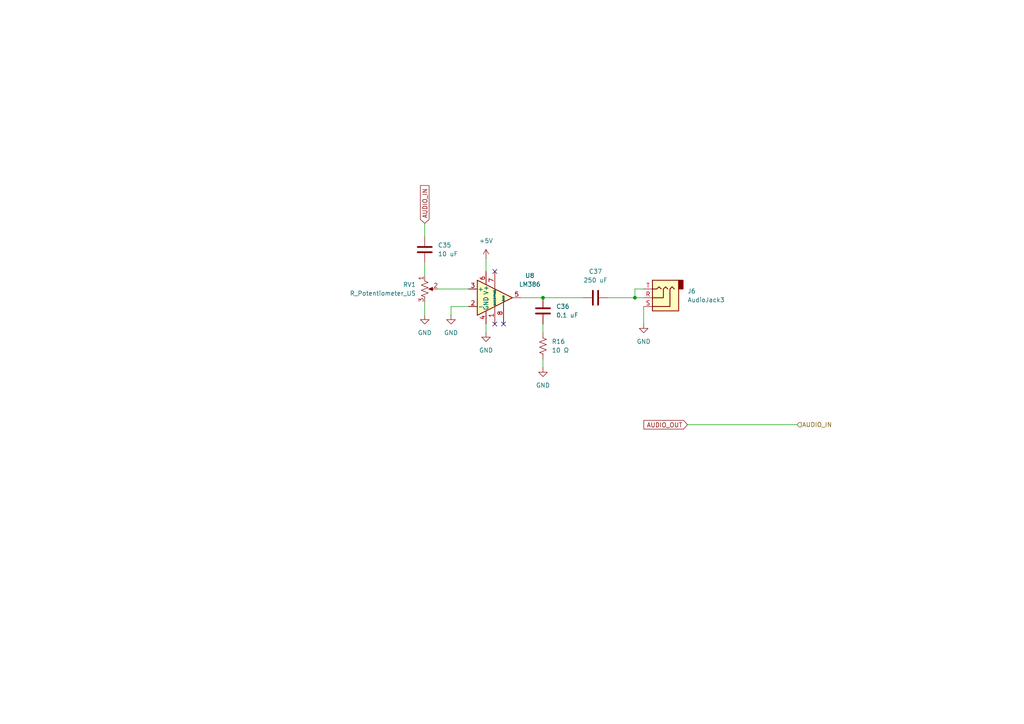
<source format=kicad_sch>
(kicad_sch (version 20250114) (generator "eeschema") (generator_version "9.0")
  (paper "A4")
  (lib_symbols
    (symbol "Amplifier_Audio:LM386" (pin_names (offset 0.127))
      (property "Reference" "U" (at 1.27 7.62 0))
      (property "Value" "LM386" (at 1.27 5.08 0))
      (symbol "LM386_0_1"
        (polyline (pts (xy 5.08 0) (xy -5.08 5.08) (xy -5.08 -5.08) (xy 5.08 0)) (stroke (width 0.254)) (fill (type background)))
      )
      (symbol "LM386_1_1"
        (pin input line (at -7.62 2.54 0) (length 2.54) (name "+") (number "3"))
        (pin input line (at -7.62 -2.54 0) (length 2.54) (name "-") (number "2"))
        (pin power_in line (at -2.54 7.62 270) (length 3.81) (name "V+") (number "6"))
        (pin power_in line (at -2.54 -7.62 90) (length 3.81) (name "GND") (number "4"))
        (pin input line (at 0 7.62 270) (length 5.08) (name "BYPASS") (number "7"))
        (pin input line (at 0 -7.62 90) (length 5.08) (name "GAIN") (number "1"))
        (pin input line (at 2.54 -7.62 90) (length 6.35) (name "GAIN") (number "8"))
        (pin output line (at 7.62 0 180) (length 2.54) (name "~") (number "5"))
      )
    )
    (symbol "Connector_Audio:AudioJack3"
      (property "Reference" "J" (at 0 8.89 0))
      (property "Value" "AudioJack3" (at 0 6.35 0))
      (symbol "AudioJack3_0_1"
        (rectangle (start -5.08 -5.08) (end -6.35 -2.54) (stroke (width 0.254)) (fill (type outline)))
        (polyline (pts (xy -1.905 -2.54) (xy -1.27 -3.175) (xy -0.635 -2.54) (xy -0.635 0) (xy 2.54 0)) (stroke (width 0.254)))
        (polyline (pts (xy 0 -2.54) (xy 0.635 -3.175) (xy 1.27 -2.54) (xy 2.54 -2.54)) (stroke (width 0.254)))
        (rectangle (start 2.54 3.81) (end -5.08 -5.08) (stroke (width 0.254)) (fill (type background)))
        (polyline (pts (xy 2.54 2.54) (xy -2.54 2.54) (xy -2.54 -2.54) (xy -3.175 -3.175) (xy -3.81 -2.54)) (stroke (width 0.254)))
      )
      (symbol "AudioJack3_1_1"
        (pin passive line (at 5.08 2.54 180) (length 2.54) (name "~") (number "S"))
        (pin passive line (at 5.08 0 180) (length 2.54) (name "~") (number "R"))
        (pin passive line (at 5.08 -2.54 180) (length 2.54) (name "~") (number "T"))
      )
    )
    (symbol "Device:C" (pin_numbers (hide yes)) (pin_names (offset 0.254))
      (property "Reference" "C" (at 0.635 2.54 0))
      (property "Value" "C" (at 0.635 -2.54 0))
      (symbol "C_0_1"
        (polyline (pts (xy -2.032 0.762) (xy 2.032 0.762)) (stroke (width 0.508)))
        (polyline (pts (xy -2.032 -0.762) (xy 2.032 -0.762)) (stroke (width 0.508)))
      )
      (symbol "C_1_1"
        (pin passive line (at 0 3.81 270) (length 2.794) (name "~") (number "1"))
        (pin passive line (at 0 -3.81 90) (length 2.794) (name "~") (number "2"))
      )
    )
    (symbol "Device:R_Potentiometer_US" (pin_names (offset 1.016) (hide yes))
      (property "Reference" "RV" (at -4.445 0 90))
      (property "Value" "R_Potentiometer_US" (at -2.54 0 90))
      (symbol "R_Potentiometer_US_0_1"
        (polyline (pts (xy 0 2.54) (xy 0 2.286)))
        (polyline (pts (xy 0 2.286) (xy 1.016 1.905) (xy 0 1.524) (xy -1.016 1.143) (xy 0 0.762)))
        (polyline (pts (xy 0 0.762) (xy 1.016 0.381) (xy 0 0) (xy -1.016 -0.381) (xy 0 -0.762)))
        (polyline (pts (xy 0 -0.762) (xy 1.016 -1.143) (xy 0 -1.524) (xy -1.016 -1.905) (xy 0 -2.286)))
        (polyline (pts (xy 0 -2.286) (xy 0 -2.54)))
        (polyline (pts (xy 1.143 0) (xy 2.286 0.508) (xy 2.286 -0.508) (xy 1.143 0)) (fill (type outline)))
        (polyline (pts (xy 2.54 0) (xy 1.524 0)))
      )
      (symbol "R_Potentiometer_US_1_1"
        (pin passive line (at 0 3.81 270) (length 1.27) (name "1") (number "1"))
        (pin passive line (at 0 -3.81 90) (length 1.27) (name "3") (number "3"))
        (pin passive line (at 3.81 0 180) (length 1.27) (name "2") (number "2"))
      )
    )
    (symbol "Device:R_US" (pin_numbers (hide yes)) (pin_names (offset 0))
      (property "Reference" "R" (at 2.54 0 90))
      (property "Value" "R_US" (at -2.54 0 90))
      (symbol "R_US_0_1"
        (polyline (pts (xy 0 2.286) (xy 0 2.54)))
        (polyline (pts (xy 0 2.286) (xy 1.016 1.905) (xy 0 1.524) (xy -1.016 1.143) (xy 0 0.762)))
        (polyline (pts (xy 0 0.762) (xy 1.016 0.381) (xy 0 0) (xy -1.016 -0.381) (xy 0 -0.762)))
        (polyline (pts (xy 0 -0.762) (xy 1.016 -1.143) (xy 0 -1.524) (xy -1.016 -1.905) (xy 0 -2.286)))
        (polyline (pts (xy 0 -2.286) (xy 0 -2.54)))
      )
      (symbol "R_US_1_1"
        (pin passive line (at 0 3.81 270) (length 1.27) (name "~") (number "1"))
        (pin passive line (at 0 -3.81 90) (length 1.27) (name "~") (number "2"))
      )
    )
    (symbol "power:+5V" (power) (pin_numbers (hide yes)) (pin_names (offset 0) (hide yes))
      (property "Value" "+5V" (at 0 3.556 0))
      (symbol "+5V_0_1"
        (polyline (pts (xy -0.762 1.27) (xy 0 2.54)))
        (polyline (pts (xy 0 2.54) (xy 0.762 1.27)))
        (polyline (pts (xy 0 0) (xy 0 2.54)))
      )
      (symbol "+5V_1_1"
        (pin power_in line (at 0 0 90) (length 0) (name "~") (number "1"))
      )
    )
    (symbol "power:GND" (power) (pin_numbers (hide yes)) (pin_names (offset 0) (hide yes))
      (property "Value" "GND" (at 0 -3.81 0))
      (symbol "GND_0_1"
        (polyline (pts (xy 0 0) (xy 0 -1.27) (xy 1.27 -1.27) (xy 0 -2.54) (xy -1.27 -1.27) (xy 0 -1.27)))
      )
      (symbol "GND_1_1"
        (pin power_in line (at 0 0 270) (length 0) (name "~") (number "1"))
      )
    )
  )
  (junction (at 184.15 86.36))
  (junction (at 157.48 86.36))
  (no_connect (at 146.05 93.98))
  (no_connect (at 143.51 78.74))
  (no_connect (at 143.51 93.98))
  (wire (pts (xy 127 83.82) (xy 135.89 83.82)))
  (wire (pts (xy 184.15 83.82) (xy 184.15 86.36)))
  (wire (pts (xy 140.97 93.98) (xy 140.97 96.52)))
  (wire (pts (xy 176.53 86.36) (xy 184.15 86.36)))
  (wire (pts (xy 135.89 88.9) (xy 130.81 88.9)))
  (wire (pts (xy 123.19 64.77) (xy 123.19 68.58)))
  (wire (pts (xy 157.48 86.36) (xy 168.91 86.36)))
  (wire (pts (xy 151.13 86.36) (xy 157.48 86.36)))
  (wire (pts (xy 157.48 93.98) (xy 157.48 96.52)))
  (wire (pts (xy 123.19 87.63) (xy 123.19 91.44)))
  (wire (pts (xy 130.81 88.9) (xy 130.81 91.44)))
  (wire (pts (xy 123.19 76.2) (xy 123.19 80.01)))
  (wire (pts (xy 186.69 88.9) (xy 186.69 93.98)))
  (wire (pts (xy 186.69 83.82) (xy 184.15 83.82)))
  (wire (pts (xy 199.39 123.19) (xy 231.14 123.19)))
  (wire (pts (xy 157.48 104.14) (xy 157.48 106.68)))
  (wire (pts (xy 184.15 86.36) (xy 186.69 86.36)))
  (wire (pts (xy 140.97 74.93) (xy 140.97 78.74)))
  (global_label "AUDIO_OUT" (shape input) (at 199.39 123.19 180) (property "Intersheetrefs" "${INTERSHEET_REFS}" (effects (hide yes))))
  (global_label "AUDIO_IN" (shape input) (at 123.19 64.77 90) (property "Intersheetrefs" "${INTERSHEET_REFS}" (effects (hide yes))))
  (hierarchical_label "AUDIO_IN" (shape input) (at 231.14 123.19 0))
  (symbol (lib_id "Amplifier_Audio:LM386") (at 143.51 86.36 0) (unit 1)
    (property "Reference" "U8" (at 153.67 79.9398 0))
    (property "Value" "LM386" (at 153.67 82.4798 0))
    (property "Footprint" "Library:LM386" (effects (hide yes)))
    (property "Datasheet" "http://www.ti.com/lit/ds/symlink/lm386.pdf" (effects (hide yes)))
    (property "Description" "Low Voltage Audio Power Amplifier, DIP-8/SOIC-8/SSOP-8" (effects (hide yes)))
  )
  (symbol (lib_id "Device:C") (at 123.19 72.39 180) (unit 1)
    (property "Reference" "C35" (at 127 71.1199 0) (effects (justify right)))
    (property "Value" "10 uF" (at 127 73.6599 0) (effects (justify right)))
    (property "Footprint" "Capacitor_SMD:C_0805_2012Metric" (effects (hide yes)))
    (property "Description" "Unpolarized capacitor" (effects (hide yes)))
  )
  (symbol (lib_id "power:GND") (at 157.48 106.68 0) (unit 1)
    (property "Reference" "#PWR070" (effects (hide yes)))
    (property "Value" "GND" (at 157.48 111.76 0))
    (property "Description" "Power symbol creates a global label with name \"GND\" , ground" (effects (hide yes)))
  )
  (symbol (lib_id "power:GND") (at 123.19 91.44 0) (unit 1)
    (property "Reference" "#PWR069" (effects (hide yes)))
    (property "Value" "GND" (at 123.19 96.52 0))
    (property "Description" "Power symbol creates a global label with name \"GND\" , ground" (effects (hide yes)))
  )
  (symbol (lib_id "Device:C") (at 157.48 90.17 180) (unit 1)
    (property "Reference" "C36" (at 161.29 88.8999 0) (effects (justify right)))
    (property "Value" "0.1 uF" (at 161.29 91.4399 0) (effects (justify right)))
    (property "Footprint" "Capacitor_SMD:C_0805_2012Metric" (effects (hide yes)))
    (property "Description" "Unpolarized capacitor" (effects (hide yes)))
  )
  (symbol (lib_id "Device:R_Potentiometer_US") (at 123.19 83.82 0) (unit 1)
    (property "Reference" "RV1" (at 120.65 82.5499 0) (effects (justify right)))
    (property "Value" "R_Potentiometer_US" (at 120.65 85.0899 0) (effects (justify right)))
    (property "Footprint" "Potentiometer_SMD:Potentiometer_Bourns_3214G_Horizontal" (effects (hide yes)))
    (property "Description" "Potentiometer, US symbol" (effects (hide yes)))
  )
  (symbol (lib_id "power:GND") (at 186.69 93.98 0) (unit 1)
    (property "Reference" "#PWR071" (effects (hide yes)))
    (property "Value" "GND" (at 186.69 99.06 0))
    (property "Description" "Power symbol creates a global label with name \"GND\" , ground" (effects (hide yes)))
  )
  (symbol (lib_id "power:GND") (at 130.81 91.44 0) (unit 1)
    (property "Reference" "#PWR064" (effects (hide yes)))
    (property "Value" "GND" (at 130.81 96.52 0))
    (property "Description" "Power symbol creates a global label with name \"GND\" , ground" (effects (hide yes)))
  )
  (symbol (lib_id "power:GND") (at 140.97 96.52 0) (unit 1)
    (property "Reference" "#PWR067" (effects (hide yes)))
    (property "Value" "GND" (at 140.97 101.6 0))
    (property "Description" "Power symbol creates a global label with name \"GND\" , ground" (effects (hide yes)))
  )
  (symbol (lib_id "Connector_Audio:AudioJack3") (at 191.77 86.36 180) (unit 1)
    (property "Reference" "J6" (at 199.39 84.4549 0) (effects (justify right)))
    (property "Value" "AudioJack3" (at 199.39 86.9949 0) (effects (justify right)))
    (property "Footprint" "Connector_Audio:Jack_3.5mm_CUI_SJ-3523-SMT_Horizontal" (effects (hide yes)))
    (property "Description" "Audio Jack, 3 Poles (Stereo / TRS)" (effects (hide yes)))
  )
  (symbol (lib_id "power:+5V") (at 140.97 74.93 0) (unit 1)
    (property "Reference" "#PWR068" (effects (hide yes)))
    (property "Value" "+5V" (at 140.97 69.85 0))
    (property "Description" "Power symbol creates a global label with name \"+5V\"" (effects (hide yes)))
  )
  (symbol (lib_id "Device:C") (at 172.72 86.36 90) (unit 1)
    (property "Reference" "C37" (at 172.72 78.74 90))
    (property "Value" "250 uF" (at 172.72 81.28 90))
    (property "Footprint" "Capacitor_SMD:C_0805_2012Metric" (effects (hide yes)))
    (property "Description" "Unpolarized capacitor" (effects (hide yes)))
  )
  (symbol (lib_id "Device:R_US") (at 157.48 100.33 0) (unit 1)
    (property "Reference" "R16" (at 160.02 99.0599 0) (effects (justify left)))
    (property "Value" "10 Ω" (at 160.02 101.5999 0) (effects (justify left)))
    (property "Footprint" "Resistor_SMD:R_0805_2012Metric" (effects (hide yes)))
    (property "Description" "Resistor, US symbol" (effects (hide yes)))
  )
)
</source>
